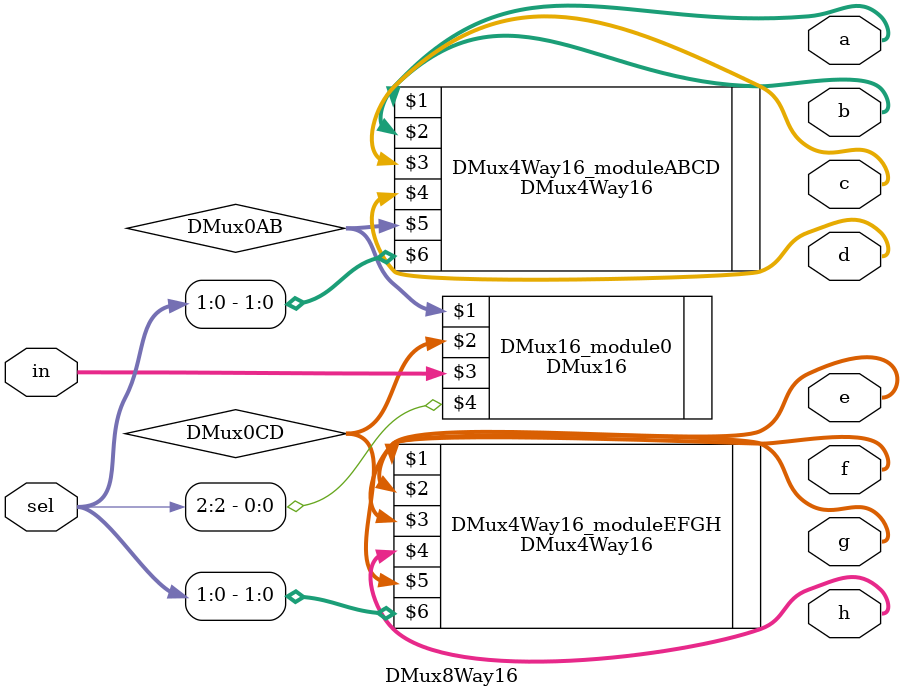
<source format=v>
/* módulo DMux4Way */

`include "DMux16.v"
`include "DMux4Way16.v"

`ifndef _DMux8WAY16_
`define _DMux8WAY16_

module DMux8Way16(a , b , c, d, e, f, g, h, in, sel);
    input [15:0] in;
    input [2:0] sel;
    wire [15:0] DMux0AB, DMux0CD;
    output [15:0] a, b, c, d, e, f, g, h;

    DMux16 DMux16_module0(DMux0AB, DMux0CD, in, sel[2]);
    DMux4Way16 DMux4Way16_moduleABCD(a, b, c, d, DMux0AB, sel[1:0]);
    DMux4Way16 DMux4Way16_moduleEFGH(e, f, g, h, DMux0CD, sel[1:0]);
endmodule

`endif
</source>
